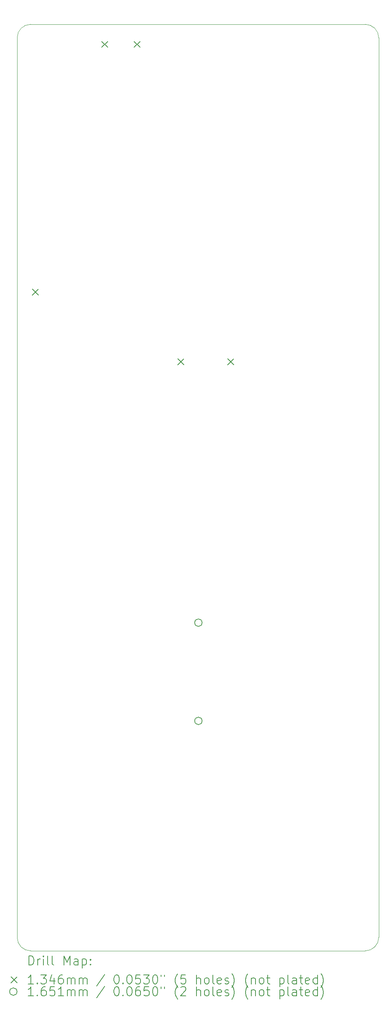
<source format=gbr>
%TF.GenerationSoftware,KiCad,Pcbnew,9.0.5*%
%TF.CreationDate,2025-11-08T18:30:54-06:00*%
%TF.ProjectId,PowerDistributionUnit_Mk1,506f7765-7244-4697-9374-726962757469,rev?*%
%TF.SameCoordinates,Original*%
%TF.FileFunction,Drillmap*%
%TF.FilePolarity,Positive*%
%FSLAX45Y45*%
G04 Gerber Fmt 4.5, Leading zero omitted, Abs format (unit mm)*
G04 Created by KiCad (PCBNEW 9.0.5) date 2025-11-08 18:30:54*
%MOMM*%
%LPD*%
G01*
G04 APERTURE LIST*
%ADD10C,0.050000*%
%ADD11C,0.200000*%
%ADD12C,0.134620*%
%ADD13C,0.165100*%
G04 APERTURE END LIST*
D10*
X11190000Y-16620000D02*
X11190000Y3380000D01*
X11490000Y-16920000D02*
G75*
G02*
X11190000Y-16620000I0J300000D01*
G01*
X11190000Y3380000D02*
G75*
G02*
X11490000Y3680000I300000J0D01*
G01*
X18930000Y3680000D02*
G75*
G02*
X19230000Y3380000I0J-300000D01*
G01*
X19230000Y-16620000D02*
G75*
G02*
X18930000Y-16920000I-300000J0D01*
G01*
X18930000Y-16920000D02*
X11490000Y-16920000D01*
X11490000Y3680000D02*
X18930000Y3680000D01*
X19230000Y3380000D02*
X19230000Y-16620000D01*
D11*
D12*
X11528690Y-2202690D02*
X11663310Y-2337310D01*
X11663310Y-2202690D02*
X11528690Y-2337310D01*
X13072790Y3301295D02*
X13207410Y3166675D01*
X13207410Y3301295D02*
X13072790Y3166675D01*
X13792790Y3301295D02*
X13927410Y3166675D01*
X13927410Y3301295D02*
X13792790Y3166675D01*
X14762690Y-3752690D02*
X14897310Y-3887310D01*
X14897310Y-3752690D02*
X14762690Y-3887310D01*
X15872690Y-3753690D02*
X16007310Y-3888310D01*
X16007310Y-3753690D02*
X15872690Y-3888310D01*
D13*
X15302550Y-9623000D02*
G75*
G02*
X15137450Y-9623000I-82550J0D01*
G01*
X15137450Y-9623000D02*
G75*
G02*
X15302550Y-9623000I82550J0D01*
G01*
X15302550Y-11807000D02*
G75*
G02*
X15137450Y-11807000I-82550J0D01*
G01*
X15137450Y-11807000D02*
G75*
G02*
X15302550Y-11807000I82550J0D01*
G01*
D11*
X11448277Y-17233984D02*
X11448277Y-17033984D01*
X11448277Y-17033984D02*
X11495896Y-17033984D01*
X11495896Y-17033984D02*
X11524467Y-17043508D01*
X11524467Y-17043508D02*
X11543515Y-17062555D01*
X11543515Y-17062555D02*
X11553039Y-17081603D01*
X11553039Y-17081603D02*
X11562562Y-17119698D01*
X11562562Y-17119698D02*
X11562562Y-17148270D01*
X11562562Y-17148270D02*
X11553039Y-17186365D01*
X11553039Y-17186365D02*
X11543515Y-17205412D01*
X11543515Y-17205412D02*
X11524467Y-17224460D01*
X11524467Y-17224460D02*
X11495896Y-17233984D01*
X11495896Y-17233984D02*
X11448277Y-17233984D01*
X11648277Y-17233984D02*
X11648277Y-17100650D01*
X11648277Y-17138746D02*
X11657801Y-17119698D01*
X11657801Y-17119698D02*
X11667324Y-17110174D01*
X11667324Y-17110174D02*
X11686372Y-17100650D01*
X11686372Y-17100650D02*
X11705420Y-17100650D01*
X11772086Y-17233984D02*
X11772086Y-17100650D01*
X11772086Y-17033984D02*
X11762562Y-17043508D01*
X11762562Y-17043508D02*
X11772086Y-17053031D01*
X11772086Y-17053031D02*
X11781610Y-17043508D01*
X11781610Y-17043508D02*
X11772086Y-17033984D01*
X11772086Y-17033984D02*
X11772086Y-17053031D01*
X11895896Y-17233984D02*
X11876848Y-17224460D01*
X11876848Y-17224460D02*
X11867324Y-17205412D01*
X11867324Y-17205412D02*
X11867324Y-17033984D01*
X12000658Y-17233984D02*
X11981610Y-17224460D01*
X11981610Y-17224460D02*
X11972086Y-17205412D01*
X11972086Y-17205412D02*
X11972086Y-17033984D01*
X12229229Y-17233984D02*
X12229229Y-17033984D01*
X12229229Y-17033984D02*
X12295896Y-17176841D01*
X12295896Y-17176841D02*
X12362562Y-17033984D01*
X12362562Y-17033984D02*
X12362562Y-17233984D01*
X12543515Y-17233984D02*
X12543515Y-17129222D01*
X12543515Y-17129222D02*
X12533991Y-17110174D01*
X12533991Y-17110174D02*
X12514943Y-17100650D01*
X12514943Y-17100650D02*
X12476848Y-17100650D01*
X12476848Y-17100650D02*
X12457801Y-17110174D01*
X12543515Y-17224460D02*
X12524467Y-17233984D01*
X12524467Y-17233984D02*
X12476848Y-17233984D01*
X12476848Y-17233984D02*
X12457801Y-17224460D01*
X12457801Y-17224460D02*
X12448277Y-17205412D01*
X12448277Y-17205412D02*
X12448277Y-17186365D01*
X12448277Y-17186365D02*
X12457801Y-17167317D01*
X12457801Y-17167317D02*
X12476848Y-17157793D01*
X12476848Y-17157793D02*
X12524467Y-17157793D01*
X12524467Y-17157793D02*
X12543515Y-17148270D01*
X12638753Y-17100650D02*
X12638753Y-17300650D01*
X12638753Y-17110174D02*
X12657801Y-17100650D01*
X12657801Y-17100650D02*
X12695896Y-17100650D01*
X12695896Y-17100650D02*
X12714943Y-17110174D01*
X12714943Y-17110174D02*
X12724467Y-17119698D01*
X12724467Y-17119698D02*
X12733991Y-17138746D01*
X12733991Y-17138746D02*
X12733991Y-17195889D01*
X12733991Y-17195889D02*
X12724467Y-17214936D01*
X12724467Y-17214936D02*
X12714943Y-17224460D01*
X12714943Y-17224460D02*
X12695896Y-17233984D01*
X12695896Y-17233984D02*
X12657801Y-17233984D01*
X12657801Y-17233984D02*
X12638753Y-17224460D01*
X12819705Y-17214936D02*
X12829229Y-17224460D01*
X12829229Y-17224460D02*
X12819705Y-17233984D01*
X12819705Y-17233984D02*
X12810182Y-17224460D01*
X12810182Y-17224460D02*
X12819705Y-17214936D01*
X12819705Y-17214936D02*
X12819705Y-17233984D01*
X12819705Y-17110174D02*
X12829229Y-17119698D01*
X12829229Y-17119698D02*
X12819705Y-17129222D01*
X12819705Y-17129222D02*
X12810182Y-17119698D01*
X12810182Y-17119698D02*
X12819705Y-17110174D01*
X12819705Y-17110174D02*
X12819705Y-17129222D01*
D12*
X11052880Y-17495190D02*
X11187500Y-17629810D01*
X11187500Y-17495190D02*
X11052880Y-17629810D01*
D11*
X11553039Y-17653984D02*
X11438753Y-17653984D01*
X11495896Y-17653984D02*
X11495896Y-17453984D01*
X11495896Y-17453984D02*
X11476848Y-17482555D01*
X11476848Y-17482555D02*
X11457801Y-17501603D01*
X11457801Y-17501603D02*
X11438753Y-17511127D01*
X11638753Y-17634936D02*
X11648277Y-17644460D01*
X11648277Y-17644460D02*
X11638753Y-17653984D01*
X11638753Y-17653984D02*
X11629229Y-17644460D01*
X11629229Y-17644460D02*
X11638753Y-17634936D01*
X11638753Y-17634936D02*
X11638753Y-17653984D01*
X11714943Y-17453984D02*
X11838753Y-17453984D01*
X11838753Y-17453984D02*
X11772086Y-17530174D01*
X11772086Y-17530174D02*
X11800658Y-17530174D01*
X11800658Y-17530174D02*
X11819705Y-17539698D01*
X11819705Y-17539698D02*
X11829229Y-17549222D01*
X11829229Y-17549222D02*
X11838753Y-17568270D01*
X11838753Y-17568270D02*
X11838753Y-17615889D01*
X11838753Y-17615889D02*
X11829229Y-17634936D01*
X11829229Y-17634936D02*
X11819705Y-17644460D01*
X11819705Y-17644460D02*
X11800658Y-17653984D01*
X11800658Y-17653984D02*
X11743515Y-17653984D01*
X11743515Y-17653984D02*
X11724467Y-17644460D01*
X11724467Y-17644460D02*
X11714943Y-17634936D01*
X12010182Y-17520650D02*
X12010182Y-17653984D01*
X11962562Y-17444460D02*
X11914943Y-17587317D01*
X11914943Y-17587317D02*
X12038753Y-17587317D01*
X12200658Y-17453984D02*
X12162562Y-17453984D01*
X12162562Y-17453984D02*
X12143515Y-17463508D01*
X12143515Y-17463508D02*
X12133991Y-17473031D01*
X12133991Y-17473031D02*
X12114943Y-17501603D01*
X12114943Y-17501603D02*
X12105420Y-17539698D01*
X12105420Y-17539698D02*
X12105420Y-17615889D01*
X12105420Y-17615889D02*
X12114943Y-17634936D01*
X12114943Y-17634936D02*
X12124467Y-17644460D01*
X12124467Y-17644460D02*
X12143515Y-17653984D01*
X12143515Y-17653984D02*
X12181610Y-17653984D01*
X12181610Y-17653984D02*
X12200658Y-17644460D01*
X12200658Y-17644460D02*
X12210182Y-17634936D01*
X12210182Y-17634936D02*
X12219705Y-17615889D01*
X12219705Y-17615889D02*
X12219705Y-17568270D01*
X12219705Y-17568270D02*
X12210182Y-17549222D01*
X12210182Y-17549222D02*
X12200658Y-17539698D01*
X12200658Y-17539698D02*
X12181610Y-17530174D01*
X12181610Y-17530174D02*
X12143515Y-17530174D01*
X12143515Y-17530174D02*
X12124467Y-17539698D01*
X12124467Y-17539698D02*
X12114943Y-17549222D01*
X12114943Y-17549222D02*
X12105420Y-17568270D01*
X12305420Y-17653984D02*
X12305420Y-17520650D01*
X12305420Y-17539698D02*
X12314943Y-17530174D01*
X12314943Y-17530174D02*
X12333991Y-17520650D01*
X12333991Y-17520650D02*
X12362563Y-17520650D01*
X12362563Y-17520650D02*
X12381610Y-17530174D01*
X12381610Y-17530174D02*
X12391134Y-17549222D01*
X12391134Y-17549222D02*
X12391134Y-17653984D01*
X12391134Y-17549222D02*
X12400658Y-17530174D01*
X12400658Y-17530174D02*
X12419705Y-17520650D01*
X12419705Y-17520650D02*
X12448277Y-17520650D01*
X12448277Y-17520650D02*
X12467324Y-17530174D01*
X12467324Y-17530174D02*
X12476848Y-17549222D01*
X12476848Y-17549222D02*
X12476848Y-17653984D01*
X12572086Y-17653984D02*
X12572086Y-17520650D01*
X12572086Y-17539698D02*
X12581610Y-17530174D01*
X12581610Y-17530174D02*
X12600658Y-17520650D01*
X12600658Y-17520650D02*
X12629229Y-17520650D01*
X12629229Y-17520650D02*
X12648277Y-17530174D01*
X12648277Y-17530174D02*
X12657801Y-17549222D01*
X12657801Y-17549222D02*
X12657801Y-17653984D01*
X12657801Y-17549222D02*
X12667324Y-17530174D01*
X12667324Y-17530174D02*
X12686372Y-17520650D01*
X12686372Y-17520650D02*
X12714943Y-17520650D01*
X12714943Y-17520650D02*
X12733991Y-17530174D01*
X12733991Y-17530174D02*
X12743515Y-17549222D01*
X12743515Y-17549222D02*
X12743515Y-17653984D01*
X13133991Y-17444460D02*
X12962563Y-17701603D01*
X13391134Y-17453984D02*
X13410182Y-17453984D01*
X13410182Y-17453984D02*
X13429229Y-17463508D01*
X13429229Y-17463508D02*
X13438753Y-17473031D01*
X13438753Y-17473031D02*
X13448277Y-17492079D01*
X13448277Y-17492079D02*
X13457801Y-17530174D01*
X13457801Y-17530174D02*
X13457801Y-17577793D01*
X13457801Y-17577793D02*
X13448277Y-17615889D01*
X13448277Y-17615889D02*
X13438753Y-17634936D01*
X13438753Y-17634936D02*
X13429229Y-17644460D01*
X13429229Y-17644460D02*
X13410182Y-17653984D01*
X13410182Y-17653984D02*
X13391134Y-17653984D01*
X13391134Y-17653984D02*
X13372086Y-17644460D01*
X13372086Y-17644460D02*
X13362563Y-17634936D01*
X13362563Y-17634936D02*
X13353039Y-17615889D01*
X13353039Y-17615889D02*
X13343515Y-17577793D01*
X13343515Y-17577793D02*
X13343515Y-17530174D01*
X13343515Y-17530174D02*
X13353039Y-17492079D01*
X13353039Y-17492079D02*
X13362563Y-17473031D01*
X13362563Y-17473031D02*
X13372086Y-17463508D01*
X13372086Y-17463508D02*
X13391134Y-17453984D01*
X13543515Y-17634936D02*
X13553039Y-17644460D01*
X13553039Y-17644460D02*
X13543515Y-17653984D01*
X13543515Y-17653984D02*
X13533991Y-17644460D01*
X13533991Y-17644460D02*
X13543515Y-17634936D01*
X13543515Y-17634936D02*
X13543515Y-17653984D01*
X13676848Y-17453984D02*
X13695896Y-17453984D01*
X13695896Y-17453984D02*
X13714944Y-17463508D01*
X13714944Y-17463508D02*
X13724467Y-17473031D01*
X13724467Y-17473031D02*
X13733991Y-17492079D01*
X13733991Y-17492079D02*
X13743515Y-17530174D01*
X13743515Y-17530174D02*
X13743515Y-17577793D01*
X13743515Y-17577793D02*
X13733991Y-17615889D01*
X13733991Y-17615889D02*
X13724467Y-17634936D01*
X13724467Y-17634936D02*
X13714944Y-17644460D01*
X13714944Y-17644460D02*
X13695896Y-17653984D01*
X13695896Y-17653984D02*
X13676848Y-17653984D01*
X13676848Y-17653984D02*
X13657801Y-17644460D01*
X13657801Y-17644460D02*
X13648277Y-17634936D01*
X13648277Y-17634936D02*
X13638753Y-17615889D01*
X13638753Y-17615889D02*
X13629229Y-17577793D01*
X13629229Y-17577793D02*
X13629229Y-17530174D01*
X13629229Y-17530174D02*
X13638753Y-17492079D01*
X13638753Y-17492079D02*
X13648277Y-17473031D01*
X13648277Y-17473031D02*
X13657801Y-17463508D01*
X13657801Y-17463508D02*
X13676848Y-17453984D01*
X13924467Y-17453984D02*
X13829229Y-17453984D01*
X13829229Y-17453984D02*
X13819706Y-17549222D01*
X13819706Y-17549222D02*
X13829229Y-17539698D01*
X13829229Y-17539698D02*
X13848277Y-17530174D01*
X13848277Y-17530174D02*
X13895896Y-17530174D01*
X13895896Y-17530174D02*
X13914944Y-17539698D01*
X13914944Y-17539698D02*
X13924467Y-17549222D01*
X13924467Y-17549222D02*
X13933991Y-17568270D01*
X13933991Y-17568270D02*
X13933991Y-17615889D01*
X13933991Y-17615889D02*
X13924467Y-17634936D01*
X13924467Y-17634936D02*
X13914944Y-17644460D01*
X13914944Y-17644460D02*
X13895896Y-17653984D01*
X13895896Y-17653984D02*
X13848277Y-17653984D01*
X13848277Y-17653984D02*
X13829229Y-17644460D01*
X13829229Y-17644460D02*
X13819706Y-17634936D01*
X14000658Y-17453984D02*
X14124467Y-17453984D01*
X14124467Y-17453984D02*
X14057801Y-17530174D01*
X14057801Y-17530174D02*
X14086372Y-17530174D01*
X14086372Y-17530174D02*
X14105420Y-17539698D01*
X14105420Y-17539698D02*
X14114944Y-17549222D01*
X14114944Y-17549222D02*
X14124467Y-17568270D01*
X14124467Y-17568270D02*
X14124467Y-17615889D01*
X14124467Y-17615889D02*
X14114944Y-17634936D01*
X14114944Y-17634936D02*
X14105420Y-17644460D01*
X14105420Y-17644460D02*
X14086372Y-17653984D01*
X14086372Y-17653984D02*
X14029229Y-17653984D01*
X14029229Y-17653984D02*
X14010182Y-17644460D01*
X14010182Y-17644460D02*
X14000658Y-17634936D01*
X14248277Y-17453984D02*
X14267325Y-17453984D01*
X14267325Y-17453984D02*
X14286372Y-17463508D01*
X14286372Y-17463508D02*
X14295896Y-17473031D01*
X14295896Y-17473031D02*
X14305420Y-17492079D01*
X14305420Y-17492079D02*
X14314944Y-17530174D01*
X14314944Y-17530174D02*
X14314944Y-17577793D01*
X14314944Y-17577793D02*
X14305420Y-17615889D01*
X14305420Y-17615889D02*
X14295896Y-17634936D01*
X14295896Y-17634936D02*
X14286372Y-17644460D01*
X14286372Y-17644460D02*
X14267325Y-17653984D01*
X14267325Y-17653984D02*
X14248277Y-17653984D01*
X14248277Y-17653984D02*
X14229229Y-17644460D01*
X14229229Y-17644460D02*
X14219706Y-17634936D01*
X14219706Y-17634936D02*
X14210182Y-17615889D01*
X14210182Y-17615889D02*
X14200658Y-17577793D01*
X14200658Y-17577793D02*
X14200658Y-17530174D01*
X14200658Y-17530174D02*
X14210182Y-17492079D01*
X14210182Y-17492079D02*
X14219706Y-17473031D01*
X14219706Y-17473031D02*
X14229229Y-17463508D01*
X14229229Y-17463508D02*
X14248277Y-17453984D01*
X14391134Y-17453984D02*
X14391134Y-17492079D01*
X14467325Y-17453984D02*
X14467325Y-17492079D01*
X14762563Y-17730174D02*
X14753039Y-17720650D01*
X14753039Y-17720650D02*
X14733991Y-17692079D01*
X14733991Y-17692079D02*
X14724468Y-17673031D01*
X14724468Y-17673031D02*
X14714944Y-17644460D01*
X14714944Y-17644460D02*
X14705420Y-17596841D01*
X14705420Y-17596841D02*
X14705420Y-17558746D01*
X14705420Y-17558746D02*
X14714944Y-17511127D01*
X14714944Y-17511127D02*
X14724468Y-17482555D01*
X14724468Y-17482555D02*
X14733991Y-17463508D01*
X14733991Y-17463508D02*
X14753039Y-17434936D01*
X14753039Y-17434936D02*
X14762563Y-17425412D01*
X14933991Y-17453984D02*
X14838753Y-17453984D01*
X14838753Y-17453984D02*
X14829229Y-17549222D01*
X14829229Y-17549222D02*
X14838753Y-17539698D01*
X14838753Y-17539698D02*
X14857801Y-17530174D01*
X14857801Y-17530174D02*
X14905420Y-17530174D01*
X14905420Y-17530174D02*
X14924468Y-17539698D01*
X14924468Y-17539698D02*
X14933991Y-17549222D01*
X14933991Y-17549222D02*
X14943515Y-17568270D01*
X14943515Y-17568270D02*
X14943515Y-17615889D01*
X14943515Y-17615889D02*
X14933991Y-17634936D01*
X14933991Y-17634936D02*
X14924468Y-17644460D01*
X14924468Y-17644460D02*
X14905420Y-17653984D01*
X14905420Y-17653984D02*
X14857801Y-17653984D01*
X14857801Y-17653984D02*
X14838753Y-17644460D01*
X14838753Y-17644460D02*
X14829229Y-17634936D01*
X15181610Y-17653984D02*
X15181610Y-17453984D01*
X15267325Y-17653984D02*
X15267325Y-17549222D01*
X15267325Y-17549222D02*
X15257801Y-17530174D01*
X15257801Y-17530174D02*
X15238753Y-17520650D01*
X15238753Y-17520650D02*
X15210182Y-17520650D01*
X15210182Y-17520650D02*
X15191134Y-17530174D01*
X15191134Y-17530174D02*
X15181610Y-17539698D01*
X15391134Y-17653984D02*
X15372087Y-17644460D01*
X15372087Y-17644460D02*
X15362563Y-17634936D01*
X15362563Y-17634936D02*
X15353039Y-17615889D01*
X15353039Y-17615889D02*
X15353039Y-17558746D01*
X15353039Y-17558746D02*
X15362563Y-17539698D01*
X15362563Y-17539698D02*
X15372087Y-17530174D01*
X15372087Y-17530174D02*
X15391134Y-17520650D01*
X15391134Y-17520650D02*
X15419706Y-17520650D01*
X15419706Y-17520650D02*
X15438753Y-17530174D01*
X15438753Y-17530174D02*
X15448277Y-17539698D01*
X15448277Y-17539698D02*
X15457801Y-17558746D01*
X15457801Y-17558746D02*
X15457801Y-17615889D01*
X15457801Y-17615889D02*
X15448277Y-17634936D01*
X15448277Y-17634936D02*
X15438753Y-17644460D01*
X15438753Y-17644460D02*
X15419706Y-17653984D01*
X15419706Y-17653984D02*
X15391134Y-17653984D01*
X15572087Y-17653984D02*
X15553039Y-17644460D01*
X15553039Y-17644460D02*
X15543515Y-17625412D01*
X15543515Y-17625412D02*
X15543515Y-17453984D01*
X15724468Y-17644460D02*
X15705420Y-17653984D01*
X15705420Y-17653984D02*
X15667325Y-17653984D01*
X15667325Y-17653984D02*
X15648277Y-17644460D01*
X15648277Y-17644460D02*
X15638753Y-17625412D01*
X15638753Y-17625412D02*
X15638753Y-17549222D01*
X15638753Y-17549222D02*
X15648277Y-17530174D01*
X15648277Y-17530174D02*
X15667325Y-17520650D01*
X15667325Y-17520650D02*
X15705420Y-17520650D01*
X15705420Y-17520650D02*
X15724468Y-17530174D01*
X15724468Y-17530174D02*
X15733991Y-17549222D01*
X15733991Y-17549222D02*
X15733991Y-17568270D01*
X15733991Y-17568270D02*
X15638753Y-17587317D01*
X15810182Y-17644460D02*
X15829230Y-17653984D01*
X15829230Y-17653984D02*
X15867325Y-17653984D01*
X15867325Y-17653984D02*
X15886372Y-17644460D01*
X15886372Y-17644460D02*
X15895896Y-17625412D01*
X15895896Y-17625412D02*
X15895896Y-17615889D01*
X15895896Y-17615889D02*
X15886372Y-17596841D01*
X15886372Y-17596841D02*
X15867325Y-17587317D01*
X15867325Y-17587317D02*
X15838753Y-17587317D01*
X15838753Y-17587317D02*
X15819706Y-17577793D01*
X15819706Y-17577793D02*
X15810182Y-17558746D01*
X15810182Y-17558746D02*
X15810182Y-17549222D01*
X15810182Y-17549222D02*
X15819706Y-17530174D01*
X15819706Y-17530174D02*
X15838753Y-17520650D01*
X15838753Y-17520650D02*
X15867325Y-17520650D01*
X15867325Y-17520650D02*
X15886372Y-17530174D01*
X15962563Y-17730174D02*
X15972087Y-17720650D01*
X15972087Y-17720650D02*
X15991134Y-17692079D01*
X15991134Y-17692079D02*
X16000658Y-17673031D01*
X16000658Y-17673031D02*
X16010182Y-17644460D01*
X16010182Y-17644460D02*
X16019706Y-17596841D01*
X16019706Y-17596841D02*
X16019706Y-17558746D01*
X16019706Y-17558746D02*
X16010182Y-17511127D01*
X16010182Y-17511127D02*
X16000658Y-17482555D01*
X16000658Y-17482555D02*
X15991134Y-17463508D01*
X15991134Y-17463508D02*
X15972087Y-17434936D01*
X15972087Y-17434936D02*
X15962563Y-17425412D01*
X16324468Y-17730174D02*
X16314944Y-17720650D01*
X16314944Y-17720650D02*
X16295896Y-17692079D01*
X16295896Y-17692079D02*
X16286372Y-17673031D01*
X16286372Y-17673031D02*
X16276849Y-17644460D01*
X16276849Y-17644460D02*
X16267325Y-17596841D01*
X16267325Y-17596841D02*
X16267325Y-17558746D01*
X16267325Y-17558746D02*
X16276849Y-17511127D01*
X16276849Y-17511127D02*
X16286372Y-17482555D01*
X16286372Y-17482555D02*
X16295896Y-17463508D01*
X16295896Y-17463508D02*
X16314944Y-17434936D01*
X16314944Y-17434936D02*
X16324468Y-17425412D01*
X16400658Y-17520650D02*
X16400658Y-17653984D01*
X16400658Y-17539698D02*
X16410182Y-17530174D01*
X16410182Y-17530174D02*
X16429230Y-17520650D01*
X16429230Y-17520650D02*
X16457801Y-17520650D01*
X16457801Y-17520650D02*
X16476849Y-17530174D01*
X16476849Y-17530174D02*
X16486372Y-17549222D01*
X16486372Y-17549222D02*
X16486372Y-17653984D01*
X16610182Y-17653984D02*
X16591134Y-17644460D01*
X16591134Y-17644460D02*
X16581611Y-17634936D01*
X16581611Y-17634936D02*
X16572087Y-17615889D01*
X16572087Y-17615889D02*
X16572087Y-17558746D01*
X16572087Y-17558746D02*
X16581611Y-17539698D01*
X16581611Y-17539698D02*
X16591134Y-17530174D01*
X16591134Y-17530174D02*
X16610182Y-17520650D01*
X16610182Y-17520650D02*
X16638753Y-17520650D01*
X16638753Y-17520650D02*
X16657801Y-17530174D01*
X16657801Y-17530174D02*
X16667325Y-17539698D01*
X16667325Y-17539698D02*
X16676849Y-17558746D01*
X16676849Y-17558746D02*
X16676849Y-17615889D01*
X16676849Y-17615889D02*
X16667325Y-17634936D01*
X16667325Y-17634936D02*
X16657801Y-17644460D01*
X16657801Y-17644460D02*
X16638753Y-17653984D01*
X16638753Y-17653984D02*
X16610182Y-17653984D01*
X16733992Y-17520650D02*
X16810182Y-17520650D01*
X16762563Y-17453984D02*
X16762563Y-17625412D01*
X16762563Y-17625412D02*
X16772087Y-17644460D01*
X16772087Y-17644460D02*
X16791134Y-17653984D01*
X16791134Y-17653984D02*
X16810182Y-17653984D01*
X17029230Y-17520650D02*
X17029230Y-17720650D01*
X17029230Y-17530174D02*
X17048277Y-17520650D01*
X17048277Y-17520650D02*
X17086373Y-17520650D01*
X17086373Y-17520650D02*
X17105420Y-17530174D01*
X17105420Y-17530174D02*
X17114944Y-17539698D01*
X17114944Y-17539698D02*
X17124468Y-17558746D01*
X17124468Y-17558746D02*
X17124468Y-17615889D01*
X17124468Y-17615889D02*
X17114944Y-17634936D01*
X17114944Y-17634936D02*
X17105420Y-17644460D01*
X17105420Y-17644460D02*
X17086373Y-17653984D01*
X17086373Y-17653984D02*
X17048277Y-17653984D01*
X17048277Y-17653984D02*
X17029230Y-17644460D01*
X17238754Y-17653984D02*
X17219706Y-17644460D01*
X17219706Y-17644460D02*
X17210182Y-17625412D01*
X17210182Y-17625412D02*
X17210182Y-17453984D01*
X17400658Y-17653984D02*
X17400658Y-17549222D01*
X17400658Y-17549222D02*
X17391135Y-17530174D01*
X17391135Y-17530174D02*
X17372087Y-17520650D01*
X17372087Y-17520650D02*
X17333992Y-17520650D01*
X17333992Y-17520650D02*
X17314944Y-17530174D01*
X17400658Y-17644460D02*
X17381611Y-17653984D01*
X17381611Y-17653984D02*
X17333992Y-17653984D01*
X17333992Y-17653984D02*
X17314944Y-17644460D01*
X17314944Y-17644460D02*
X17305420Y-17625412D01*
X17305420Y-17625412D02*
X17305420Y-17606365D01*
X17305420Y-17606365D02*
X17314944Y-17587317D01*
X17314944Y-17587317D02*
X17333992Y-17577793D01*
X17333992Y-17577793D02*
X17381611Y-17577793D01*
X17381611Y-17577793D02*
X17400658Y-17568270D01*
X17467325Y-17520650D02*
X17543515Y-17520650D01*
X17495896Y-17453984D02*
X17495896Y-17625412D01*
X17495896Y-17625412D02*
X17505420Y-17644460D01*
X17505420Y-17644460D02*
X17524468Y-17653984D01*
X17524468Y-17653984D02*
X17543515Y-17653984D01*
X17686373Y-17644460D02*
X17667325Y-17653984D01*
X17667325Y-17653984D02*
X17629230Y-17653984D01*
X17629230Y-17653984D02*
X17610182Y-17644460D01*
X17610182Y-17644460D02*
X17600658Y-17625412D01*
X17600658Y-17625412D02*
X17600658Y-17549222D01*
X17600658Y-17549222D02*
X17610182Y-17530174D01*
X17610182Y-17530174D02*
X17629230Y-17520650D01*
X17629230Y-17520650D02*
X17667325Y-17520650D01*
X17667325Y-17520650D02*
X17686373Y-17530174D01*
X17686373Y-17530174D02*
X17695896Y-17549222D01*
X17695896Y-17549222D02*
X17695896Y-17568270D01*
X17695896Y-17568270D02*
X17600658Y-17587317D01*
X17867325Y-17653984D02*
X17867325Y-17453984D01*
X17867325Y-17644460D02*
X17848277Y-17653984D01*
X17848277Y-17653984D02*
X17810182Y-17653984D01*
X17810182Y-17653984D02*
X17791135Y-17644460D01*
X17791135Y-17644460D02*
X17781611Y-17634936D01*
X17781611Y-17634936D02*
X17772087Y-17615889D01*
X17772087Y-17615889D02*
X17772087Y-17558746D01*
X17772087Y-17558746D02*
X17781611Y-17539698D01*
X17781611Y-17539698D02*
X17791135Y-17530174D01*
X17791135Y-17530174D02*
X17810182Y-17520650D01*
X17810182Y-17520650D02*
X17848277Y-17520650D01*
X17848277Y-17520650D02*
X17867325Y-17530174D01*
X17943516Y-17730174D02*
X17953039Y-17720650D01*
X17953039Y-17720650D02*
X17972087Y-17692079D01*
X17972087Y-17692079D02*
X17981611Y-17673031D01*
X17981611Y-17673031D02*
X17991135Y-17644460D01*
X17991135Y-17644460D02*
X18000658Y-17596841D01*
X18000658Y-17596841D02*
X18000658Y-17558746D01*
X18000658Y-17558746D02*
X17991135Y-17511127D01*
X17991135Y-17511127D02*
X17981611Y-17482555D01*
X17981611Y-17482555D02*
X17972087Y-17463508D01*
X17972087Y-17463508D02*
X17953039Y-17434936D01*
X17953039Y-17434936D02*
X17943516Y-17425412D01*
D13*
X11187500Y-17826500D02*
G75*
G02*
X11022400Y-17826500I-82550J0D01*
G01*
X11022400Y-17826500D02*
G75*
G02*
X11187500Y-17826500I82550J0D01*
G01*
D11*
X11553039Y-17917984D02*
X11438753Y-17917984D01*
X11495896Y-17917984D02*
X11495896Y-17717984D01*
X11495896Y-17717984D02*
X11476848Y-17746555D01*
X11476848Y-17746555D02*
X11457801Y-17765603D01*
X11457801Y-17765603D02*
X11438753Y-17775127D01*
X11638753Y-17898936D02*
X11648277Y-17908460D01*
X11648277Y-17908460D02*
X11638753Y-17917984D01*
X11638753Y-17917984D02*
X11629229Y-17908460D01*
X11629229Y-17908460D02*
X11638753Y-17898936D01*
X11638753Y-17898936D02*
X11638753Y-17917984D01*
X11819705Y-17717984D02*
X11781610Y-17717984D01*
X11781610Y-17717984D02*
X11762562Y-17727508D01*
X11762562Y-17727508D02*
X11753039Y-17737031D01*
X11753039Y-17737031D02*
X11733991Y-17765603D01*
X11733991Y-17765603D02*
X11724467Y-17803698D01*
X11724467Y-17803698D02*
X11724467Y-17879889D01*
X11724467Y-17879889D02*
X11733991Y-17898936D01*
X11733991Y-17898936D02*
X11743515Y-17908460D01*
X11743515Y-17908460D02*
X11762562Y-17917984D01*
X11762562Y-17917984D02*
X11800658Y-17917984D01*
X11800658Y-17917984D02*
X11819705Y-17908460D01*
X11819705Y-17908460D02*
X11829229Y-17898936D01*
X11829229Y-17898936D02*
X11838753Y-17879889D01*
X11838753Y-17879889D02*
X11838753Y-17832270D01*
X11838753Y-17832270D02*
X11829229Y-17813222D01*
X11829229Y-17813222D02*
X11819705Y-17803698D01*
X11819705Y-17803698D02*
X11800658Y-17794174D01*
X11800658Y-17794174D02*
X11762562Y-17794174D01*
X11762562Y-17794174D02*
X11743515Y-17803698D01*
X11743515Y-17803698D02*
X11733991Y-17813222D01*
X11733991Y-17813222D02*
X11724467Y-17832270D01*
X12019705Y-17717984D02*
X11924467Y-17717984D01*
X11924467Y-17717984D02*
X11914943Y-17813222D01*
X11914943Y-17813222D02*
X11924467Y-17803698D01*
X11924467Y-17803698D02*
X11943515Y-17794174D01*
X11943515Y-17794174D02*
X11991134Y-17794174D01*
X11991134Y-17794174D02*
X12010182Y-17803698D01*
X12010182Y-17803698D02*
X12019705Y-17813222D01*
X12019705Y-17813222D02*
X12029229Y-17832270D01*
X12029229Y-17832270D02*
X12029229Y-17879889D01*
X12029229Y-17879889D02*
X12019705Y-17898936D01*
X12019705Y-17898936D02*
X12010182Y-17908460D01*
X12010182Y-17908460D02*
X11991134Y-17917984D01*
X11991134Y-17917984D02*
X11943515Y-17917984D01*
X11943515Y-17917984D02*
X11924467Y-17908460D01*
X11924467Y-17908460D02*
X11914943Y-17898936D01*
X12219705Y-17917984D02*
X12105420Y-17917984D01*
X12162562Y-17917984D02*
X12162562Y-17717984D01*
X12162562Y-17717984D02*
X12143515Y-17746555D01*
X12143515Y-17746555D02*
X12124467Y-17765603D01*
X12124467Y-17765603D02*
X12105420Y-17775127D01*
X12305420Y-17917984D02*
X12305420Y-17784650D01*
X12305420Y-17803698D02*
X12314943Y-17794174D01*
X12314943Y-17794174D02*
X12333991Y-17784650D01*
X12333991Y-17784650D02*
X12362563Y-17784650D01*
X12362563Y-17784650D02*
X12381610Y-17794174D01*
X12381610Y-17794174D02*
X12391134Y-17813222D01*
X12391134Y-17813222D02*
X12391134Y-17917984D01*
X12391134Y-17813222D02*
X12400658Y-17794174D01*
X12400658Y-17794174D02*
X12419705Y-17784650D01*
X12419705Y-17784650D02*
X12448277Y-17784650D01*
X12448277Y-17784650D02*
X12467324Y-17794174D01*
X12467324Y-17794174D02*
X12476848Y-17813222D01*
X12476848Y-17813222D02*
X12476848Y-17917984D01*
X12572086Y-17917984D02*
X12572086Y-17784650D01*
X12572086Y-17803698D02*
X12581610Y-17794174D01*
X12581610Y-17794174D02*
X12600658Y-17784650D01*
X12600658Y-17784650D02*
X12629229Y-17784650D01*
X12629229Y-17784650D02*
X12648277Y-17794174D01*
X12648277Y-17794174D02*
X12657801Y-17813222D01*
X12657801Y-17813222D02*
X12657801Y-17917984D01*
X12657801Y-17813222D02*
X12667324Y-17794174D01*
X12667324Y-17794174D02*
X12686372Y-17784650D01*
X12686372Y-17784650D02*
X12714943Y-17784650D01*
X12714943Y-17784650D02*
X12733991Y-17794174D01*
X12733991Y-17794174D02*
X12743515Y-17813222D01*
X12743515Y-17813222D02*
X12743515Y-17917984D01*
X13133991Y-17708460D02*
X12962563Y-17965603D01*
X13391134Y-17717984D02*
X13410182Y-17717984D01*
X13410182Y-17717984D02*
X13429229Y-17727508D01*
X13429229Y-17727508D02*
X13438753Y-17737031D01*
X13438753Y-17737031D02*
X13448277Y-17756079D01*
X13448277Y-17756079D02*
X13457801Y-17794174D01*
X13457801Y-17794174D02*
X13457801Y-17841793D01*
X13457801Y-17841793D02*
X13448277Y-17879889D01*
X13448277Y-17879889D02*
X13438753Y-17898936D01*
X13438753Y-17898936D02*
X13429229Y-17908460D01*
X13429229Y-17908460D02*
X13410182Y-17917984D01*
X13410182Y-17917984D02*
X13391134Y-17917984D01*
X13391134Y-17917984D02*
X13372086Y-17908460D01*
X13372086Y-17908460D02*
X13362563Y-17898936D01*
X13362563Y-17898936D02*
X13353039Y-17879889D01*
X13353039Y-17879889D02*
X13343515Y-17841793D01*
X13343515Y-17841793D02*
X13343515Y-17794174D01*
X13343515Y-17794174D02*
X13353039Y-17756079D01*
X13353039Y-17756079D02*
X13362563Y-17737031D01*
X13362563Y-17737031D02*
X13372086Y-17727508D01*
X13372086Y-17727508D02*
X13391134Y-17717984D01*
X13543515Y-17898936D02*
X13553039Y-17908460D01*
X13553039Y-17908460D02*
X13543515Y-17917984D01*
X13543515Y-17917984D02*
X13533991Y-17908460D01*
X13533991Y-17908460D02*
X13543515Y-17898936D01*
X13543515Y-17898936D02*
X13543515Y-17917984D01*
X13676848Y-17717984D02*
X13695896Y-17717984D01*
X13695896Y-17717984D02*
X13714944Y-17727508D01*
X13714944Y-17727508D02*
X13724467Y-17737031D01*
X13724467Y-17737031D02*
X13733991Y-17756079D01*
X13733991Y-17756079D02*
X13743515Y-17794174D01*
X13743515Y-17794174D02*
X13743515Y-17841793D01*
X13743515Y-17841793D02*
X13733991Y-17879889D01*
X13733991Y-17879889D02*
X13724467Y-17898936D01*
X13724467Y-17898936D02*
X13714944Y-17908460D01*
X13714944Y-17908460D02*
X13695896Y-17917984D01*
X13695896Y-17917984D02*
X13676848Y-17917984D01*
X13676848Y-17917984D02*
X13657801Y-17908460D01*
X13657801Y-17908460D02*
X13648277Y-17898936D01*
X13648277Y-17898936D02*
X13638753Y-17879889D01*
X13638753Y-17879889D02*
X13629229Y-17841793D01*
X13629229Y-17841793D02*
X13629229Y-17794174D01*
X13629229Y-17794174D02*
X13638753Y-17756079D01*
X13638753Y-17756079D02*
X13648277Y-17737031D01*
X13648277Y-17737031D02*
X13657801Y-17727508D01*
X13657801Y-17727508D02*
X13676848Y-17717984D01*
X13914944Y-17717984D02*
X13876848Y-17717984D01*
X13876848Y-17717984D02*
X13857801Y-17727508D01*
X13857801Y-17727508D02*
X13848277Y-17737031D01*
X13848277Y-17737031D02*
X13829229Y-17765603D01*
X13829229Y-17765603D02*
X13819706Y-17803698D01*
X13819706Y-17803698D02*
X13819706Y-17879889D01*
X13819706Y-17879889D02*
X13829229Y-17898936D01*
X13829229Y-17898936D02*
X13838753Y-17908460D01*
X13838753Y-17908460D02*
X13857801Y-17917984D01*
X13857801Y-17917984D02*
X13895896Y-17917984D01*
X13895896Y-17917984D02*
X13914944Y-17908460D01*
X13914944Y-17908460D02*
X13924467Y-17898936D01*
X13924467Y-17898936D02*
X13933991Y-17879889D01*
X13933991Y-17879889D02*
X13933991Y-17832270D01*
X13933991Y-17832270D02*
X13924467Y-17813222D01*
X13924467Y-17813222D02*
X13914944Y-17803698D01*
X13914944Y-17803698D02*
X13895896Y-17794174D01*
X13895896Y-17794174D02*
X13857801Y-17794174D01*
X13857801Y-17794174D02*
X13838753Y-17803698D01*
X13838753Y-17803698D02*
X13829229Y-17813222D01*
X13829229Y-17813222D02*
X13819706Y-17832270D01*
X14114944Y-17717984D02*
X14019706Y-17717984D01*
X14019706Y-17717984D02*
X14010182Y-17813222D01*
X14010182Y-17813222D02*
X14019706Y-17803698D01*
X14019706Y-17803698D02*
X14038753Y-17794174D01*
X14038753Y-17794174D02*
X14086372Y-17794174D01*
X14086372Y-17794174D02*
X14105420Y-17803698D01*
X14105420Y-17803698D02*
X14114944Y-17813222D01*
X14114944Y-17813222D02*
X14124467Y-17832270D01*
X14124467Y-17832270D02*
X14124467Y-17879889D01*
X14124467Y-17879889D02*
X14114944Y-17898936D01*
X14114944Y-17898936D02*
X14105420Y-17908460D01*
X14105420Y-17908460D02*
X14086372Y-17917984D01*
X14086372Y-17917984D02*
X14038753Y-17917984D01*
X14038753Y-17917984D02*
X14019706Y-17908460D01*
X14019706Y-17908460D02*
X14010182Y-17898936D01*
X14248277Y-17717984D02*
X14267325Y-17717984D01*
X14267325Y-17717984D02*
X14286372Y-17727508D01*
X14286372Y-17727508D02*
X14295896Y-17737031D01*
X14295896Y-17737031D02*
X14305420Y-17756079D01*
X14305420Y-17756079D02*
X14314944Y-17794174D01*
X14314944Y-17794174D02*
X14314944Y-17841793D01*
X14314944Y-17841793D02*
X14305420Y-17879889D01*
X14305420Y-17879889D02*
X14295896Y-17898936D01*
X14295896Y-17898936D02*
X14286372Y-17908460D01*
X14286372Y-17908460D02*
X14267325Y-17917984D01*
X14267325Y-17917984D02*
X14248277Y-17917984D01*
X14248277Y-17917984D02*
X14229229Y-17908460D01*
X14229229Y-17908460D02*
X14219706Y-17898936D01*
X14219706Y-17898936D02*
X14210182Y-17879889D01*
X14210182Y-17879889D02*
X14200658Y-17841793D01*
X14200658Y-17841793D02*
X14200658Y-17794174D01*
X14200658Y-17794174D02*
X14210182Y-17756079D01*
X14210182Y-17756079D02*
X14219706Y-17737031D01*
X14219706Y-17737031D02*
X14229229Y-17727508D01*
X14229229Y-17727508D02*
X14248277Y-17717984D01*
X14391134Y-17717984D02*
X14391134Y-17756079D01*
X14467325Y-17717984D02*
X14467325Y-17756079D01*
X14762563Y-17994174D02*
X14753039Y-17984650D01*
X14753039Y-17984650D02*
X14733991Y-17956079D01*
X14733991Y-17956079D02*
X14724468Y-17937031D01*
X14724468Y-17937031D02*
X14714944Y-17908460D01*
X14714944Y-17908460D02*
X14705420Y-17860841D01*
X14705420Y-17860841D02*
X14705420Y-17822746D01*
X14705420Y-17822746D02*
X14714944Y-17775127D01*
X14714944Y-17775127D02*
X14724468Y-17746555D01*
X14724468Y-17746555D02*
X14733991Y-17727508D01*
X14733991Y-17727508D02*
X14753039Y-17698936D01*
X14753039Y-17698936D02*
X14762563Y-17689412D01*
X14829229Y-17737031D02*
X14838753Y-17727508D01*
X14838753Y-17727508D02*
X14857801Y-17717984D01*
X14857801Y-17717984D02*
X14905420Y-17717984D01*
X14905420Y-17717984D02*
X14924468Y-17727508D01*
X14924468Y-17727508D02*
X14933991Y-17737031D01*
X14933991Y-17737031D02*
X14943515Y-17756079D01*
X14943515Y-17756079D02*
X14943515Y-17775127D01*
X14943515Y-17775127D02*
X14933991Y-17803698D01*
X14933991Y-17803698D02*
X14819706Y-17917984D01*
X14819706Y-17917984D02*
X14943515Y-17917984D01*
X15181610Y-17917984D02*
X15181610Y-17717984D01*
X15267325Y-17917984D02*
X15267325Y-17813222D01*
X15267325Y-17813222D02*
X15257801Y-17794174D01*
X15257801Y-17794174D02*
X15238753Y-17784650D01*
X15238753Y-17784650D02*
X15210182Y-17784650D01*
X15210182Y-17784650D02*
X15191134Y-17794174D01*
X15191134Y-17794174D02*
X15181610Y-17803698D01*
X15391134Y-17917984D02*
X15372087Y-17908460D01*
X15372087Y-17908460D02*
X15362563Y-17898936D01*
X15362563Y-17898936D02*
X15353039Y-17879889D01*
X15353039Y-17879889D02*
X15353039Y-17822746D01*
X15353039Y-17822746D02*
X15362563Y-17803698D01*
X15362563Y-17803698D02*
X15372087Y-17794174D01*
X15372087Y-17794174D02*
X15391134Y-17784650D01*
X15391134Y-17784650D02*
X15419706Y-17784650D01*
X15419706Y-17784650D02*
X15438753Y-17794174D01*
X15438753Y-17794174D02*
X15448277Y-17803698D01*
X15448277Y-17803698D02*
X15457801Y-17822746D01*
X15457801Y-17822746D02*
X15457801Y-17879889D01*
X15457801Y-17879889D02*
X15448277Y-17898936D01*
X15448277Y-17898936D02*
X15438753Y-17908460D01*
X15438753Y-17908460D02*
X15419706Y-17917984D01*
X15419706Y-17917984D02*
X15391134Y-17917984D01*
X15572087Y-17917984D02*
X15553039Y-17908460D01*
X15553039Y-17908460D02*
X15543515Y-17889412D01*
X15543515Y-17889412D02*
X15543515Y-17717984D01*
X15724468Y-17908460D02*
X15705420Y-17917984D01*
X15705420Y-17917984D02*
X15667325Y-17917984D01*
X15667325Y-17917984D02*
X15648277Y-17908460D01*
X15648277Y-17908460D02*
X15638753Y-17889412D01*
X15638753Y-17889412D02*
X15638753Y-17813222D01*
X15638753Y-17813222D02*
X15648277Y-17794174D01*
X15648277Y-17794174D02*
X15667325Y-17784650D01*
X15667325Y-17784650D02*
X15705420Y-17784650D01*
X15705420Y-17784650D02*
X15724468Y-17794174D01*
X15724468Y-17794174D02*
X15733991Y-17813222D01*
X15733991Y-17813222D02*
X15733991Y-17832270D01*
X15733991Y-17832270D02*
X15638753Y-17851317D01*
X15810182Y-17908460D02*
X15829230Y-17917984D01*
X15829230Y-17917984D02*
X15867325Y-17917984D01*
X15867325Y-17917984D02*
X15886372Y-17908460D01*
X15886372Y-17908460D02*
X15895896Y-17889412D01*
X15895896Y-17889412D02*
X15895896Y-17879889D01*
X15895896Y-17879889D02*
X15886372Y-17860841D01*
X15886372Y-17860841D02*
X15867325Y-17851317D01*
X15867325Y-17851317D02*
X15838753Y-17851317D01*
X15838753Y-17851317D02*
X15819706Y-17841793D01*
X15819706Y-17841793D02*
X15810182Y-17822746D01*
X15810182Y-17822746D02*
X15810182Y-17813222D01*
X15810182Y-17813222D02*
X15819706Y-17794174D01*
X15819706Y-17794174D02*
X15838753Y-17784650D01*
X15838753Y-17784650D02*
X15867325Y-17784650D01*
X15867325Y-17784650D02*
X15886372Y-17794174D01*
X15962563Y-17994174D02*
X15972087Y-17984650D01*
X15972087Y-17984650D02*
X15991134Y-17956079D01*
X15991134Y-17956079D02*
X16000658Y-17937031D01*
X16000658Y-17937031D02*
X16010182Y-17908460D01*
X16010182Y-17908460D02*
X16019706Y-17860841D01*
X16019706Y-17860841D02*
X16019706Y-17822746D01*
X16019706Y-17822746D02*
X16010182Y-17775127D01*
X16010182Y-17775127D02*
X16000658Y-17746555D01*
X16000658Y-17746555D02*
X15991134Y-17727508D01*
X15991134Y-17727508D02*
X15972087Y-17698936D01*
X15972087Y-17698936D02*
X15962563Y-17689412D01*
X16324468Y-17994174D02*
X16314944Y-17984650D01*
X16314944Y-17984650D02*
X16295896Y-17956079D01*
X16295896Y-17956079D02*
X16286372Y-17937031D01*
X16286372Y-17937031D02*
X16276849Y-17908460D01*
X16276849Y-17908460D02*
X16267325Y-17860841D01*
X16267325Y-17860841D02*
X16267325Y-17822746D01*
X16267325Y-17822746D02*
X16276849Y-17775127D01*
X16276849Y-17775127D02*
X16286372Y-17746555D01*
X16286372Y-17746555D02*
X16295896Y-17727508D01*
X16295896Y-17727508D02*
X16314944Y-17698936D01*
X16314944Y-17698936D02*
X16324468Y-17689412D01*
X16400658Y-17784650D02*
X16400658Y-17917984D01*
X16400658Y-17803698D02*
X16410182Y-17794174D01*
X16410182Y-17794174D02*
X16429230Y-17784650D01*
X16429230Y-17784650D02*
X16457801Y-17784650D01*
X16457801Y-17784650D02*
X16476849Y-17794174D01*
X16476849Y-17794174D02*
X16486372Y-17813222D01*
X16486372Y-17813222D02*
X16486372Y-17917984D01*
X16610182Y-17917984D02*
X16591134Y-17908460D01*
X16591134Y-17908460D02*
X16581611Y-17898936D01*
X16581611Y-17898936D02*
X16572087Y-17879889D01*
X16572087Y-17879889D02*
X16572087Y-17822746D01*
X16572087Y-17822746D02*
X16581611Y-17803698D01*
X16581611Y-17803698D02*
X16591134Y-17794174D01*
X16591134Y-17794174D02*
X16610182Y-17784650D01*
X16610182Y-17784650D02*
X16638753Y-17784650D01*
X16638753Y-17784650D02*
X16657801Y-17794174D01*
X16657801Y-17794174D02*
X16667325Y-17803698D01*
X16667325Y-17803698D02*
X16676849Y-17822746D01*
X16676849Y-17822746D02*
X16676849Y-17879889D01*
X16676849Y-17879889D02*
X16667325Y-17898936D01*
X16667325Y-17898936D02*
X16657801Y-17908460D01*
X16657801Y-17908460D02*
X16638753Y-17917984D01*
X16638753Y-17917984D02*
X16610182Y-17917984D01*
X16733992Y-17784650D02*
X16810182Y-17784650D01*
X16762563Y-17717984D02*
X16762563Y-17889412D01*
X16762563Y-17889412D02*
X16772087Y-17908460D01*
X16772087Y-17908460D02*
X16791134Y-17917984D01*
X16791134Y-17917984D02*
X16810182Y-17917984D01*
X17029230Y-17784650D02*
X17029230Y-17984650D01*
X17029230Y-17794174D02*
X17048277Y-17784650D01*
X17048277Y-17784650D02*
X17086373Y-17784650D01*
X17086373Y-17784650D02*
X17105420Y-17794174D01*
X17105420Y-17794174D02*
X17114944Y-17803698D01*
X17114944Y-17803698D02*
X17124468Y-17822746D01*
X17124468Y-17822746D02*
X17124468Y-17879889D01*
X17124468Y-17879889D02*
X17114944Y-17898936D01*
X17114944Y-17898936D02*
X17105420Y-17908460D01*
X17105420Y-17908460D02*
X17086373Y-17917984D01*
X17086373Y-17917984D02*
X17048277Y-17917984D01*
X17048277Y-17917984D02*
X17029230Y-17908460D01*
X17238754Y-17917984D02*
X17219706Y-17908460D01*
X17219706Y-17908460D02*
X17210182Y-17889412D01*
X17210182Y-17889412D02*
X17210182Y-17717984D01*
X17400658Y-17917984D02*
X17400658Y-17813222D01*
X17400658Y-17813222D02*
X17391135Y-17794174D01*
X17391135Y-17794174D02*
X17372087Y-17784650D01*
X17372087Y-17784650D02*
X17333992Y-17784650D01*
X17333992Y-17784650D02*
X17314944Y-17794174D01*
X17400658Y-17908460D02*
X17381611Y-17917984D01*
X17381611Y-17917984D02*
X17333992Y-17917984D01*
X17333992Y-17917984D02*
X17314944Y-17908460D01*
X17314944Y-17908460D02*
X17305420Y-17889412D01*
X17305420Y-17889412D02*
X17305420Y-17870365D01*
X17305420Y-17870365D02*
X17314944Y-17851317D01*
X17314944Y-17851317D02*
X17333992Y-17841793D01*
X17333992Y-17841793D02*
X17381611Y-17841793D01*
X17381611Y-17841793D02*
X17400658Y-17832270D01*
X17467325Y-17784650D02*
X17543515Y-17784650D01*
X17495896Y-17717984D02*
X17495896Y-17889412D01*
X17495896Y-17889412D02*
X17505420Y-17908460D01*
X17505420Y-17908460D02*
X17524468Y-17917984D01*
X17524468Y-17917984D02*
X17543515Y-17917984D01*
X17686373Y-17908460D02*
X17667325Y-17917984D01*
X17667325Y-17917984D02*
X17629230Y-17917984D01*
X17629230Y-17917984D02*
X17610182Y-17908460D01*
X17610182Y-17908460D02*
X17600658Y-17889412D01*
X17600658Y-17889412D02*
X17600658Y-17813222D01*
X17600658Y-17813222D02*
X17610182Y-17794174D01*
X17610182Y-17794174D02*
X17629230Y-17784650D01*
X17629230Y-17784650D02*
X17667325Y-17784650D01*
X17667325Y-17784650D02*
X17686373Y-17794174D01*
X17686373Y-17794174D02*
X17695896Y-17813222D01*
X17695896Y-17813222D02*
X17695896Y-17832270D01*
X17695896Y-17832270D02*
X17600658Y-17851317D01*
X17867325Y-17917984D02*
X17867325Y-17717984D01*
X17867325Y-17908460D02*
X17848277Y-17917984D01*
X17848277Y-17917984D02*
X17810182Y-17917984D01*
X17810182Y-17917984D02*
X17791135Y-17908460D01*
X17791135Y-17908460D02*
X17781611Y-17898936D01*
X17781611Y-17898936D02*
X17772087Y-17879889D01*
X17772087Y-17879889D02*
X17772087Y-17822746D01*
X17772087Y-17822746D02*
X17781611Y-17803698D01*
X17781611Y-17803698D02*
X17791135Y-17794174D01*
X17791135Y-17794174D02*
X17810182Y-17784650D01*
X17810182Y-17784650D02*
X17848277Y-17784650D01*
X17848277Y-17784650D02*
X17867325Y-17794174D01*
X17943516Y-17994174D02*
X17953039Y-17984650D01*
X17953039Y-17984650D02*
X17972087Y-17956079D01*
X17972087Y-17956079D02*
X17981611Y-17937031D01*
X17981611Y-17937031D02*
X17991135Y-17908460D01*
X17991135Y-17908460D02*
X18000658Y-17860841D01*
X18000658Y-17860841D02*
X18000658Y-17822746D01*
X18000658Y-17822746D02*
X17991135Y-17775127D01*
X17991135Y-17775127D02*
X17981611Y-17746555D01*
X17981611Y-17746555D02*
X17972087Y-17727508D01*
X17972087Y-17727508D02*
X17953039Y-17698936D01*
X17953039Y-17698936D02*
X17943516Y-17689412D01*
M02*

</source>
